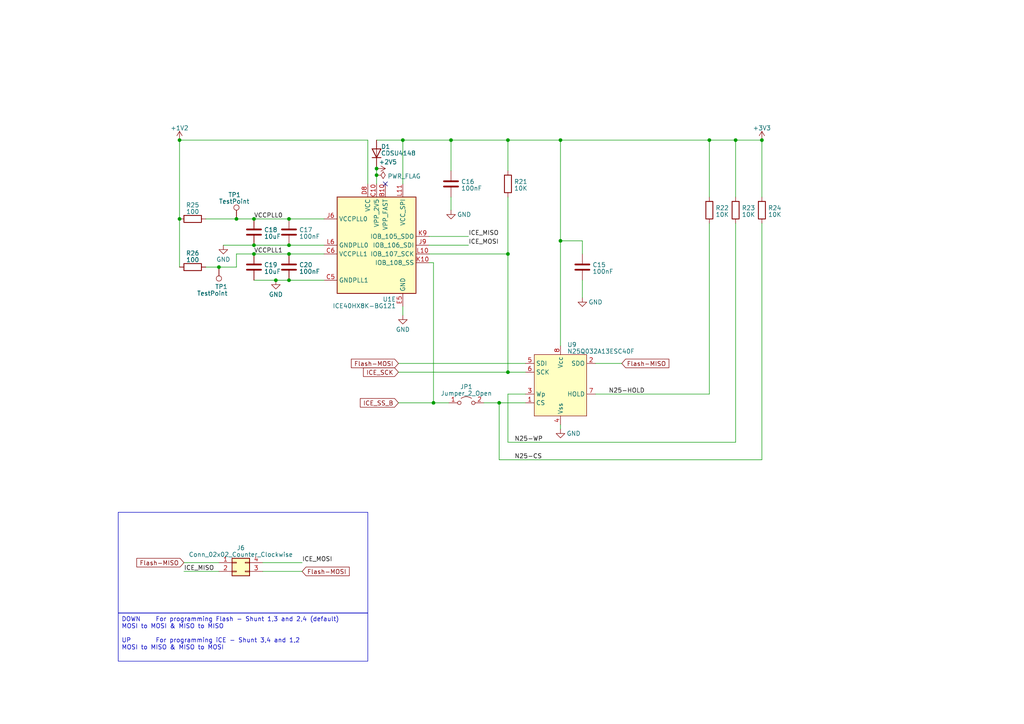
<source format=kicad_sch>
(kicad_sch (version 20230121) (generator eeschema)
  (paper "A4")
  (title_block (date "2023-04-25") (rev "V0.5") (company "Universal-Field-Objects"))
  (lib_symbols
    (symbol "Connector:TestPoint" (pin_numbers hide) (pin_names (offset 0.762) hide)
      (property "Reference" "TP" (at 0 6.858 0))
      (property "Value" "TestPoint" (at 0 5.08 0))
      (symbol "TestPoint_0_1"
        (circle (center 0 3.302) (radius 0.762))
      )
      (symbol "TestPoint_1_1"
        (pin passive line (at 0 0 90) (length 2.54) (name "1") (number "1"))
      )
    )
    (symbol "Connector_Generic:Conn_02x02_Counter_Clockwise" (pin_names (offset 1.016) hide)
      (property "Reference" "J" (at 1.27 2.54 0))
      (property "Value" "Conn_02x02_Counter_Clockwise" (at 1.27 -5.08 0))
      (symbol "Conn_02x02_Counter_Clockwise_1_1"
        (rectangle (start -1.27 -2.413) (end 0 -2.667) (stroke (width 0.1524)))
        (rectangle (start -1.27 0.127) (end 0 -0.127) (stroke (width 0.1524)))
        (rectangle (start -1.27 1.27) (end 3.81 -3.81) (stroke (width 0.254)) (fill (type background)))
        (rectangle (start 3.81 -2.413) (end 2.54 -2.667) (stroke (width 0.1524)))
        (rectangle (start 3.81 0.127) (end 2.54 -0.127) (stroke (width 0.1524)))
        (pin passive line (at -5.08 0 0) (length 3.81) (name "Pin_1") (number "1"))
        (pin passive line (at -5.08 -2.54 0) (length 3.81) (name "Pin_2") (number "2"))
        (pin passive line (at 7.62 -2.54 180) (length 3.81) (name "Pin_3") (number "3"))
        (pin passive line (at 7.62 0 180) (length 3.81) (name "Pin_4") (number "4"))
      )
    )
    (symbol "Device:C" (pin_numbers hide) (pin_names (offset 0.254))
      (property "Reference" "C" (at 0.635 2.54 0))
      (property "Value" "C" (at 0.635 -2.54 0))
      (symbol "C_0_1"
        (polyline (pts (xy -2.032 -0.762) (xy 2.032 -0.762)) (stroke (width 0.508)))
        (polyline (pts (xy -2.032 0.762) (xy 2.032 0.762)) (stroke (width 0.508)))
      )
      (symbol "C_1_1"
        (pin passive line (at 0 3.81 270) (length 2.794) (name "~") (number "1"))
        (pin passive line (at 0 -3.81 90) (length 2.794) (name "~") (number "2"))
      )
    )
    (symbol "Device:R" (pin_numbers hide) (pin_names (offset 0))
      (property "Reference" "R" (at 2.032 0 90))
      (property "Value" "R" (at 0 0 90))
      (symbol "R_0_1"
        (rectangle (start -1.016 -2.54) (end 1.016 2.54) (stroke (width 0.254)))
      )
      (symbol "R_1_1"
        (pin passive line (at 0 3.81 270) (length 1.27) (name "~") (number "1"))
        (pin passive line (at 0 -3.81 90) (length 1.27) (name "~") (number "2"))
      )
    )
    (symbol "Diode:CD4148W" (pin_numbers hide) (pin_names hide)
      (property "Reference" "D" (at 0 2.54 0))
      (property "Value" "CD4148W" (at 0 -2.54 0))
      (symbol "CD4148W_0_1"
        (polyline (pts (xy -1.27 1.27) (xy -1.27 -1.27)) (stroke (width 0.254)))
        (polyline (pts (xy 1.27 0) (xy -1.27 0)))
        (polyline (pts (xy 1.27 1.27) (xy 1.27 -1.27) (xy -1.27 0) (xy 1.27 1.27)) (stroke (width 0.254)))
      )
      (symbol "CD4148W_1_1"
        (pin passive line (at -3.81 0 0) (length 2.54) (name "K") (number "1"))
        (pin passive line (at 3.81 0 180) (length 2.54) (name "A") (number "2"))
      )
    )
    (symbol "FPGA_Lattice:ICE40HX8K-BG121"
      (property "Reference" "U" (at 2.54 44.45 0))
      (property "Value" "ICE40HX8K-BG121" (at 10.16 41.91 0))
      (symbol "ICE40HX8K-BG121_1_1"
        (rectangle (start -8.89 31.75) (end 8.89 -38.1) (stroke (width 0.254)) (fill (type background)))
        (pin bidirectional line (at -12.7 -35.56 0) (length 3.81) (name "IOT_225") (number "A1"))
        (pin bidirectional line (at -12.7 17.78 0) (length 3.81) (name "IOT_170") (number "A10"))
        (pin bidirectional line (at -12.7 20.32 0) (length 3.81) (name "IOT_168") (number "A11"))
        (pin bidirectional line (at -12.7 -30.48 0) (length 3.81) (name "IOT_222") (number "A2"))
        (pin bidirectional line (at -12.7 -33.02 0) (length 3.81) (name "IOT_223") (number "A3"))
        (pin bidirectional line (at -12.7 -20.32 0) (length 3.81) (name "IOT_211") (number "A4"))
        (pin bidirectional line (at -12.7 -15.24 0) (length 3.81) (name "IOT_207") (number "A5"))
        (pin bidirectional line (at -12.7 -12.7 0) (length 3.81) (name "IOT_206") (number "A6"))
        (pin bidirectional line (at -12.7 -5.08 0) (length 3.81) (name "IOT_192") (number "A7"))
        (pin bidirectional line (at -12.7 0 0) (length 3.81) (name "IOT_190") (number "A8"))
        (pin bidirectional line (at -12.7 7.62 0) (length 3.81) (name "IOT_178") (number "A9"))
        (pin bidirectional line (at -12.7 -27.94 0) (length 3.81) (name "IOT_221") (number "B3"))
        (pin bidirectional line (at -12.7 -25.4 0) (length 3.81) (name "IOT_219") (number "B4"))
        (pin bidirectional line (at -12.7 -17.78 0) (length 3.81) (name "IOT_208") (number "B5"))
        (pin bidirectional line (at -12.7 -10.16 0) (length 3.81) (name "IOT_198_GBIN0") (number "B6"))
        (pin bidirectional line (at -12.7 -7.62 0) (length 3.81) (name "IOT_197_GBIN1") (number "B7"))
        (pin bidirectional line (at -12.7 10.16 0) (length 3.81) (name "IOT_177") (number "B8"))
        (pin bidirectional line (at -12.7 12.7 0) (length 3.81) (name "IOT_174") (number "B9"))
        (pin bidirectional line (at -12.7 -2.54 0) (length 3.81) (name "IOT_191") (number "C7"))
        (pin bidirectional line (at -12.7 5.08 0) (length 3.81) (name "IOT_179") (number "C8"))
        (pin bidirectional line (at -12.7 15.24 0) (length 3.81) (name "IOT_172") (number "C9"))
        (pin bidirectional line (at -12.7 -22.86 0) (length 3.81) (name "IOT_212") (number "D5"))
        (pin power_in line (at 0 35.56 270) (length 3.81) (name "VCCIO_0") (number "D6"))
        (pin bidirectional line (at -12.7 2.54 0) (length 3.81) (name "IOT_181") (number "D7"))
      )
      (symbol "ICE40HX8K-BG121_2_1"
        (rectangle (start -8.89 31.75) (end 8.89 -33.02) (stroke (width 0.254)) (fill (type background)))
        (pin bidirectional line (at -12.7 -30.48 0) (length 3.81) (name "IOR_161") (number "B11"))
        (pin bidirectional line (at -12.7 -27.94 0) (length 3.81) (name "IOR_160") (number "C11"))
        (pin bidirectional line (at -12.7 -25.4 0) (length 3.81) (name "IOR_154") (number "D10"))
        (pin bidirectional line (at -12.7 -22.86 0) (length 3.81) (name "IOR_152") (number "D11"))
        (pin bidirectional line (at -12.7 -17.78 0) (length 3.81) (name "IOR_147") (number "D9"))
        (pin bidirectional line (at -12.7 -10.16 0) (length 3.81) (name "IOR_141_GBIN2") (number "E10"))
        (pin bidirectional line (at -12.7 -20.32 0) (length 3.81) (name "IOR_148") (number "E11"))
        (pin bidirectional line (at -12.7 -15.24 0) (length 3.81) (name "IOR_146") (number "E8"))
        (pin bidirectional line (at -12.7 -12.7 0) (length 3.81) (name "IOR_144") (number "E9"))
        (pin bidirectional line (at -12.7 -2.54 0) (length 3.81) (name "IOR_136") (number "F10"))
        (pin bidirectional line (at -12.7 -7.62 0) (length 3.81) (name "IOR_140_GBIN3") (number "F11"))
        (pin power_in line (at 0 35.56 270) (length 3.81) (name "VCCIO_1") (number "F8"))
        (pin bidirectional line (at -12.7 -5.08 0) (length 3.81) (name "IOR_137") (number "F9"))
        (pin bidirectional line (at -12.7 5.08 0) (length 3.81) (name "IOR_120") (number "G10"))
        (pin bidirectional line (at -12.7 0 0) (length 3.81) (name "IOR_129") (number "G11"))
        (pin bidirectional line (at -12.7 10.16 0) (length 3.81) (name "IOR_118") (number "G8"))
        (pin bidirectional line (at -12.7 2.54 0) (length 3.81) (name "IOR_128") (number "G9"))
        (pin bidirectional line (at -12.7 15.24 0) (length 3.81) (name "IOR_116") (number "H10"))
        (pin bidirectional line (at -12.7 7.62 0) (length 3.81) (name "IOR_119") (number "H11"))
        (pin bidirectional line (at -12.7 12.7 0) (length 3.81) (name "IOR_117") (number "J10"))
        (pin bidirectional line (at -12.7 20.32 0) (length 3.81) (name "IOR_114") (number "J11"))
        (pin bidirectional line (at -12.7 17.78 0) (length 3.81) (name "IOR_115") (number "K11"))
      )
      (symbol "ICE40HX8K-BG121_3_1"
        (rectangle (start -11.43 29.21) (end 11.43 -31.75) (stroke (width 0.254)) (fill (type background)))
        (pin power_in line (at 0 33.02 270) (length 3.81) (name "VCCIO_2") (number "H6"))
        (pin bidirectional line (at -15.24 -15.24 0) (length 3.81) (name "IOB_87") (number "H7"))
        (pin bidirectional line (at -15.24 -27.94 0) (length 3.81) (name "IOB_104_CBSEL1") (number "H9"))
        (pin bidirectional line (at -15.24 15.24 0) (length 3.81) (name "IOB_57") (number "J3"))
        (pin bidirectional line (at -15.24 7.62 0) (length 3.81) (name "IOB_64") (number "J4"))
        (pin bidirectional line (at -15.24 -2.54 0) (length 3.81) (name "IOB_78") (number "J5"))
        (pin bidirectional line (at -15.24 -12.7 0) (length 3.81) (name "IOB_86") (number "J7"))
        (pin bidirectional line (at -15.24 -20.32 0) (length 3.81) (name "IOB_91") (number "J8"))
        (pin bidirectional line (at -15.24 10.16 0) (length 3.81) (name "IOB_63") (number "K3"))
        (pin bidirectional line (at -15.24 0 0) (length 3.81) (name "IOB_73") (number "K4"))
        (pin bidirectional line (at -15.24 -5.08 0) (length 3.81) (name "IOB_79") (number "K5"))
        (pin bidirectional line (at -15.24 -10.16 0) (length 3.81) (name "IOB_82_GBIN4") (number "K6"))
        (pin bidirectional line (at -15.24 -17.78 0) (length 3.81) (name "IOB_89") (number "K7"))
        (pin open_collector line (at 15.24 25.4 180) (length 3.81) (name "CDONE") (number "K8"))
        (pin bidirectional line (at -15.24 17.78 0) (length 3.81) (name "IOB_56") (number "L1"))
        (pin bidirectional line (at -15.24 12.7 0) (length 3.81) (name "IOB_61") (number "L2"))
        (pin bidirectional line (at -15.24 5.08 0) (length 3.81) (name "IOB_71") (number "L3"))
        (pin bidirectional line (at -15.24 2.54 0) (length 3.81) (name "IOB_72") (number "L4"))
        (pin bidirectional line (at -15.24 -7.62 0) (length 3.81) (name "IOB_81_GBIN5") (number "L5"))
        (pin bidirectional line (at -15.24 -22.86 0) (length 3.81) (name "IOB_94") (number "L7"))
        (pin bidirectional line (at -15.24 -25.4 0) (length 3.81) (name "IOB_103_CBSEL0") (number "L8"))
        (pin input line (at -15.24 25.4 0) (length 3.81) (name "~{CRESET}") (number "L9"))
      )
      (symbol "ICE40HX8K-BG121_4_1"
        (rectangle (start -8.89 39.37) (end 8.89 -39.37) (stroke (width 0.254)) (fill (type background)))
        (pin bidirectional line (at -12.7 27.94 0) (length 3.81) (name "IOL_2A") (number "B1"))
        (pin bidirectional line (at -12.7 25.4 0) (length 3.81) (name "IOL_2B") (number "B2"))
        (pin bidirectional line (at -12.7 15.24 0) (length 3.81) (name "IOL_5B") (number "C1"))
        (pin bidirectional line (at -12.7 17.78 0) (length 3.81) (name "IOL_5A") (number "C2"))
        (pin bidirectional line (at -12.7 20.32 0) (length 3.81) (name "IOL_4B") (number "C3"))
        (pin bidirectional line (at -12.7 22.86 0) (length 3.81) (name "IOL_4A") (number "C4"))
        (pin bidirectional line (at -12.7 10.16 0) (length 3.81) (name "IOL_8B") (number "D1"))
        (pin bidirectional line (at -12.7 7.62 0) (length 3.81) (name "IOL_9A") (number "D2"))
        (pin bidirectional line (at -12.7 5.08 0) (length 3.81) (name "IOL_9B") (number "D3"))
        (pin bidirectional line (at -12.7 12.7 0) (length 3.81) (name "IOL_8A") (number "E1"))
        (pin bidirectional line (at -12.7 2.54 0) (length 3.81) (name "IOL_10A") (number "E2"))
        (pin bidirectional line (at -12.7 0 0) (length 3.81) (name "IOL_10B") (number "E3"))
        (pin power_in line (at 0 43.18 270) (length 3.81) (name "VCCIO_3") (number "E4"))
        (pin bidirectional line (at -12.7 -2.54 0) (length 3.81) (name "IOL_12A") (number "F1"))
        (pin bidirectional line (at -12.7 -5.08 0) (length 3.81) (name "IOL_12B") (number "F2"))
        (pin bidirectional line (at -12.7 -10.16 0) (length 3.81) (name "IOL_13B_GBIN7") (number "F3"))
        (pin bidirectional line (at -12.7 -7.62 0) (length 3.81) (name "IOL_13A") (number "F4"))
        (pin bidirectional line (at -12.7 -12.7 0) (length 3.81) (name "IOL_14A_GBIN6") (number "G1"))
        (pin bidirectional line (at -12.7 -15.24 0) (length 3.81) (name "IOL_14B") (number "G2"))
        (pin bidirectional line (at -12.7 -17.78 0) (length 3.81) (name "IOL_17A") (number "G3"))
        (pin passive line (at 0 43.18 270) (length 3.81) hide (name "VCCIO_3") (number "G4"))
        (pin bidirectional line (at -12.7 -22.86 0) (length 3.81) (name "IOL_18A") (number "H1"))
        (pin bidirectional line (at -12.7 -25.4 0) (length 3.81) (name "IOL_18B") (number "H2"))
        (pin bidirectional line (at -12.7 -20.32 0) (length 3.81) (name "IOL_17B") (number "H3"))
        (pin bidirectional line (at -12.7 -27.94 0) (length 3.81) (name "IOL_23A") (number "J1"))
        (pin bidirectional line (at -12.7 -35.56 0) (length 3.81) (name "IOL_25B") (number "J2"))
        (pin bidirectional line (at -12.7 -30.48 0) (length 3.81) (name "IOL_23B") (number "K1"))
        (pin bidirectional line (at -12.7 -33.02 0) (length 3.81) (name "IOL_25A") (number "K2"))
      )
      (symbol "ICE40HX8K-BG121_5_1"
        (rectangle (start -11.43 13.97) (end 11.43 -13.97) (stroke (width 0.254)) (fill (type background)))
        (pin power_in line (at -2.54 17.78 270) (length 3.81) (name "VPP_FAST") (number "B10"))
        (pin power_in line (at 0 17.78 270) (length 3.81) (name "VPP_2V5") (number "C10"))
        (pin power_in line (at 15.24 -10.16 180) (length 3.81) (name "GNDPLL1") (number "C5"))
        (pin power_in line (at 15.24 -2.54 180) (length 3.81) (name "VCCPLL1") (number "C6"))
        (pin passive line (at 2.54 17.78 270) (length 3.81) hide (name "VCC") (number "D4"))
        (pin power_in line (at 2.54 17.78 270) (length 3.81) (name "VCC") (number "D8"))
        (pin power_in line (at -7.62 -17.78 90) (length 3.81) (name "GND") (number "E5"))
        (pin passive line (at -7.62 -17.78 90) (length 3.81) hide (name "GND") (number "E6"))
        (pin passive line (at -7.62 -17.78 90) (length 3.81) hide (name "GND") (number "E7"))
        (pin passive line (at -7.62 -17.78 90) (length 3.81) hide (name "GND") (number "F5"))
        (pin passive line (at -7.62 -17.78 90) (length 3.81) hide (name "GND") (number "F6"))
        (pin passive line (at -7.62 -17.78 90) (length 3.81) hide (name "GND") (number "F7"))
        (pin passive line (at -7.62 -17.78 90) (length 3.81) hide (name "GND") (number "G5"))
        (pin passive line (at -7.62 -17.78 90) (length 3.81) hide (name "GND") (number "G6"))
        (pin passive line (at -7.62 -17.78 90) (length 3.81) hide (name "GND") (number "G7"))
        (pin passive line (at 2.54 17.78 270) (length 3.81) hide (name "VCC") (number "H4"))
        (pin passive line (at -7.62 -17.78 90) (length 3.81) hide (name "GND") (number "H5"))
        (pin passive line (at 2.54 17.78 270) (length 3.81) hide (name "VCC") (number "H8"))
        (pin power_in line (at 15.24 7.62 180) (length 3.81) (name "VCCPLL0") (number "J6"))
        (pin bidirectional line (at -15.24 0 0) (length 3.81) (name "IOB_106_SDI") (number "J9"))
        (pin bidirectional line (at -15.24 -5.08 0) (length 3.81) (name "IOB_108_SS") (number "K10"))
        (pin bidirectional line (at -15.24 2.54 0) (length 3.81) (name "IOB_105_SDO") (number "K9"))
        (pin bidirectional line (at -15.24 -2.54 0) (length 3.81) (name "IOB_107_SCK") (number "L10"))
        (pin power_in line (at -7.62 17.78 270) (length 3.81) (name "VCC_SPI") (number "L11"))
        (pin power_in line (at 15.24 0 180) (length 3.81) (name "GNDPLL0") (number "L6"))
      )
    )
    (symbol "Jumper:Jumper_2_Open" (pin_names (offset 0) hide)
      (property "Reference" "JP" (at 0 2.794 0))
      (property "Value" "Jumper_2_Open" (at 0 -2.286 0))
      (symbol "Jumper_2_Open_0_0"
        (circle (center -2.032 0) (radius 0.508))
        (circle (center 2.032 0) (radius 0.508))
      )
      (symbol "Jumper_2_Open_0_1"
        (arc (start 1.524 1.27) (mid 0 1.778) (end -1.524 1.27))
      )
      (symbol "Jumper_2_Open_1_1"
        (pin passive line (at -5.08 0 0) (length 2.54) (name "A") (number "1"))
        (pin passive line (at 5.08 0 180) (length 2.54) (name "B") (number "2"))
      )
    )
    (symbol "N25Q032A13ESC40F_1"
      (property "Reference" "U" (at 6.35 -16.51 0))
      (property "Value" "N25Q032A13ESC40F" (at 15.24 -18.415 0))
      (symbol "N25Q032A13ESC40F_1_0_0"
        (pin passive line (at 0 -17.78 90) (length 2.54) (name "Vss") (number "4"))
        (pin power_in line (at 0 5.08 270) (length 2.54) (name "Vcc") (number "8"))
      )
      (symbol "N25Q032A13ESC40F_1_1_0"
        (pin input line (at -10.16 -11.43 0) (length 2.54) (name "CS") (number "1"))
        (pin passive line (at 10.16 0 180) (length 2.54) (name "SDO") (number "2"))
        (pin passive line (at -10.16 -8.89 0) (length 2.54) (name "Wp") (number "3"))
        (pin passive line (at -10.16 0 0) (length 2.54) (name "SDI") (number "5"))
        (pin input line (at -10.16 -2.54 0) (length 2.54) (name "SCK") (number "6"))
        (pin passive line (at 10.16 -8.89 180) (length 2.54) (name "HOLD") (number "7"))
      )
      (symbol "N25Q032A13ESC40F_1_1_1"
        (rectangle (start -7.62 2.54) (end 7.62 -15.24) (fill (type background)))
      )
    )
    (symbol "power:+1V2" (power) (pin_names (offset 0))
      (property "Value" "+1V2" (at 0 3.556 0))
      (symbol "+1V2_0_1"
        (polyline (pts (xy -0.762 1.27) (xy 0 2.54)))
        (polyline (pts (xy 0 0) (xy 0 2.54)))
        (polyline (pts (xy 0 2.54) (xy 0.762 1.27)))
      )
      (symbol "+1V2_1_1"
        (pin power_in line (at 0 0 90) (length 0) hide (name "+1V2") (number "1"))
      )
    )
    (symbol "power:+2V5" (power) (pin_names (offset 0))
      (property "Value" "+2V5" (at 0 3.556 0))
      (symbol "+2V5_0_1"
        (polyline (pts (xy -0.762 1.27) (xy 0 2.54)))
        (polyline (pts (xy 0 0) (xy 0 2.54)))
        (polyline (pts (xy 0 2.54) (xy 0.762 1.27)))
      )
      (symbol "+2V5_1_1"
        (pin power_in line (at 0 0 90) (length 0) hide (name "+2V5") (number "1"))
      )
    )
    (symbol "power:+3V3" (power) (pin_names (offset 0))
      (property "Value" "+3V3" (at 0 3.556 0))
      (symbol "+3V3_0_1"
        (polyline (pts (xy -0.762 1.27) (xy 0 2.54)))
        (polyline (pts (xy 0 0) (xy 0 2.54)))
        (polyline (pts (xy 0 2.54) (xy 0.762 1.27)))
      )
      (symbol "+3V3_1_1"
        (pin power_in line (at 0 0 90) (length 0) hide (name "+3V3") (number "1"))
      )
    )
    (symbol "power:GND" (power) (pin_names (offset 0))
      (property "Value" "GND" (at 0 -3.81 0))
      (symbol "GND_0_1"
        (polyline (pts (xy 0 0) (xy 0 -1.27) (xy 1.27 -1.27) (xy 0 -2.54) (xy -1.27 -1.27) (xy 0 -1.27)))
      )
      (symbol "GND_1_1"
        (pin power_in line (at 0 0 270) (length 0) hide (name "GND") (number "1"))
      )
    )
    (symbol "power:PWR_FLAG" (power) (pin_numbers hide) (pin_names (offset 0) hide)
      (property "Value" "PWR_FLAG" (at 0 3.81 0))
      (symbol "PWR_FLAG_0_0"
        (pin power_out line (at 0 0 90) (length 0) (name "pwr") (number "1"))
      )
      (symbol "PWR_FLAG_0_1"
        (polyline (pts (xy 0 0) (xy 0 1.27) (xy -1.016 1.905) (xy 0 2.54) (xy 1.016 1.905) (xy 0 1.27)))
      )
    )
  )
  (junction (at 125.73 116.84))
  (junction (at 130.81 40.64))
  (junction (at 147.32 73.66))
  (junction (at 68.58 63.5))
  (junction (at 83.82 81.28))
  (junction (at 220.98 40.64))
  (junction (at 63.5 77.47))
  (junction (at 83.82 71.12))
  (junction (at 109.22 48.895))
  (junction (at 109.22 50.8))
  (junction (at 73.66 71.12))
  (junction (at 80.01 81.28))
  (junction (at 147.32 40.64))
  (junction (at 147.32 107.95))
  (junction (at 73.66 73.66))
  (junction (at 52.07 63.5))
  (junction (at 73.66 63.5))
  (junction (at 205.74 40.64))
  (junction (at 83.82 63.5))
  (junction (at 162.56 40.64))
  (junction (at 162.56 69.85))
  (junction (at 213.36 40.64))
  (junction (at 144.78 116.84))
  (junction (at 83.82 73.66))
  (junction (at 52.07 40.64))
  (junction (at 116.84 40.64))
  (no_connect (at 111.76 53.34))
  (wire (pts (xy 205.74 114.3) (xy 172.72 114.3)))
  (wire (pts (xy 205.74 40.64) (xy 213.36 40.64)))
  (wire (pts (xy 220.98 40.64) (xy 220.98 57.15)))
  (wire (pts (xy 125.73 116.84) (xy 115.57 116.84)))
  (wire (pts (xy 213.36 40.64) (xy 213.36 57.15)))
  (wire (pts (xy 83.82 81.28) (xy 93.98 81.28)))
  (wire (pts (xy 205.74 40.64) (xy 205.74 57.15)))
  (wire (pts (xy 130.81 57.15) (xy 130.81 60.96)))
  (wire (pts (xy 162.56 40.64) (xy 205.74 40.64)))
  (wire (pts (xy 168.91 81.28) (xy 168.91 86.36)))
  (wire (pts (xy 124.46 76.2) (xy 125.73 76.2)))
  (wire (pts (xy 68.58 73.66) (xy 73.66 73.66)))
  (wire (pts (xy 53.34 163.195) (xy 63.5 163.195)))
  (wire (pts (xy 83.82 63.5) (xy 93.98 63.5)))
  (wire (pts (xy 213.36 40.64) (xy 220.98 40.64)))
  (wire (pts (xy 124.46 73.66) (xy 147.32 73.66)))
  (wire (pts (xy 144.78 116.84) (xy 152.4 116.84)))
  (wire (pts (xy 53.34 165.735) (xy 63.5 165.735)))
  (wire (pts (xy 168.91 73.66) (xy 168.91 69.85)))
  (wire (pts (xy 205.74 64.77) (xy 205.74 114.3)))
  (wire (pts (xy 115.57 107.95) (xy 147.32 107.95)))
  (wire (pts (xy 125.73 76.2) (xy 125.73 116.84)))
  (wire (pts (xy 162.56 69.85) (xy 162.56 100.33)))
  (wire (pts (xy 80.01 81.28) (xy 83.82 81.28)))
  (wire (pts (xy 144.78 133.35) (xy 220.98 133.35)))
  (wire (pts (xy 147.32 128.27) (xy 147.32 114.3)))
  (wire (pts (xy 73.66 71.12) (xy 64.77 71.12)))
  (wire (pts (xy 83.82 71.12) (xy 93.98 71.12)))
  (wire (pts (xy 130.81 40.64) (xy 147.32 40.64)))
  (wire (pts (xy 147.32 107.95) (xy 152.4 107.95)))
  (wire (pts (xy 168.91 69.85) (xy 162.56 69.85)))
  (wire (pts (xy 109.22 48.895) (xy 109.22 50.8)))
  (wire (pts (xy 140.335 116.84) (xy 144.78 116.84)))
  (wire (pts (xy 73.66 71.12) (xy 83.82 71.12)))
  (wire (pts (xy 147.32 114.3) (xy 152.4 114.3)))
  (wire (pts (xy 162.56 123.19) (xy 162.56 124.46)))
  (wire (pts (xy 109.22 48.26) (xy 109.22 48.895)))
  (wire (pts (xy 73.66 63.5) (xy 83.82 63.5)))
  (wire (pts (xy 162.56 40.64) (xy 162.56 69.85)))
  (wire (pts (xy 125.73 116.84) (xy 130.175 116.84)))
  (wire (pts (xy 63.5 77.47) (xy 68.58 77.47)))
  (wire (pts (xy 124.46 71.12) (xy 135.89 71.12)))
  (wire (pts (xy 124.46 68.58) (xy 135.89 68.58)))
  (wire (pts (xy 116.84 40.64) (xy 116.84 53.34)))
  (wire (pts (xy 73.66 81.28) (xy 80.01 81.28)))
  (wire (pts (xy 76.2 165.735) (xy 87.63 165.735)))
  (wire (pts (xy 109.22 40.64) (xy 116.84 40.64)))
  (wire (pts (xy 76.2 163.195) (xy 87.63 163.195)))
  (wire (pts (xy 52.07 40.64) (xy 52.07 63.5)))
  (wire (pts (xy 172.72 105.41) (xy 180.34 105.41)))
  (wire (pts (xy 73.66 73.66) (xy 83.82 73.66)))
  (wire (pts (xy 144.78 116.84) (xy 144.78 133.35)))
  (wire (pts (xy 68.58 63.5) (xy 73.66 63.5)))
  (wire (pts (xy 147.32 40.64) (xy 162.56 40.64)))
  (wire (pts (xy 213.36 64.77) (xy 213.36 128.27)))
  (wire (pts (xy 115.57 105.41) (xy 152.4 105.41)))
  (wire (pts (xy 68.58 77.47) (xy 68.58 73.66)))
  (wire (pts (xy 130.81 40.64) (xy 130.81 49.53)))
  (wire (pts (xy 147.32 40.64) (xy 147.32 49.53)))
  (wire (pts (xy 83.82 73.66) (xy 93.98 73.66)))
  (wire (pts (xy 109.22 50.8) (xy 109.22 53.34)))
  (wire (pts (xy 213.36 128.27) (xy 147.32 128.27)))
  (wire (pts (xy 220.98 64.77) (xy 220.98 133.35)))
  (wire (pts (xy 147.32 57.15) (xy 147.32 73.66)))
  (wire (pts (xy 147.32 73.66) (xy 147.32 107.95)))
  (wire (pts (xy 52.07 63.5) (xy 52.07 77.47)))
  (wire (pts (xy 116.84 88.9) (xy 116.84 91.44)))
  (wire (pts (xy 106.68 40.64) (xy 106.68 53.34)))
  (wire (pts (xy 59.69 77.47) (xy 63.5 77.47)))
  (wire (pts (xy 116.84 40.64) (xy 130.81 40.64)))
  (wire (pts (xy 52.07 40.64) (xy 106.68 40.64)))
  (wire (pts (xy 59.69 63.5) (xy 68.58 63.5)))
  (rectangle (start 34.29 148.59) (end 106.68 177.8))
  (text_box "DOWN	For programming Flash - Shunt 1,3 and 2,4 (default)\nMOSI to MOSI & MISO to MISO\n\nUP		For programming iCE - Shunt 3,4 and 1,2\nMOSI to MISO & MISO to MOSI" (at 34.29 177.8 0) (size 72.39 13.97) (effects (font (size 1.27 1.27)) (justify left top)))
  (label "ICE_MISO" (at 53.34 165.735 0))
  (label "ICE_MOSI" (at 135.89 71.12 0))
  (label "ICE_MISO" (at 135.89 68.58 0))
  (label "ICE_MOSI" (at 87.63 163.195 0))
  (label "N25-CS" (at 149.225 133.35 0))
  (label "VCCPLL1" (at 73.66 73.66 0))
  (label "N25-WP" (at 149.225 128.27 0))
  (label "N25-HOLD" (at 176.53 114.3 0))
  (label "VCCPLL0" (at 73.66 63.5 0))
  (global_label "ICE_SS_B" (shape input) (at 115.57 116.84 180) (property "Intersheetrefs" "${INTERSHEET_REFS}" (effects hide)))
  (global_label "Flash-MOSI" (shape input) (at 115.57 105.41 180) (property "Intersheetrefs" "${INTERSHEET_REFS}" (effects hide)))
  (global_label "ICE_SCK" (shape input) (at 115.57 107.95 180) (property "Intersheetrefs" "${INTERSHEET_REFS}" (effects hide)))
  (global_label "Flash-MOSI" (shape input) (at 87.63 165.735 0) (property "Intersheetrefs" "${INTERSHEET_REFS}" (effects hide)))
  (global_label "Flash-MISO" (shape input) (at 53.34 163.195 180) (property "Intersheetrefs" "${INTERSHEET_REFS}" (effects hide)))
  (global_label "Flash-MISO" (shape input) (at 180.34 105.41 0) (property "Intersheetrefs" "${INTERSHEET_REFS}" (effects hide)))
  (symbol (lib_id "power:GND") (at 80.01 81.28 0) (unit 1)
    (property "Reference" "#PWR025" (effects hide))
    (property "Value" "GND" (at 80.01 85.4155 0))
    (instances (project "UFO-FPGA" (path "" (reference "#PWR025") (unit 1)) (path "" (reference "#PWR039") (unit 1))))
  )
  (symbol (lib_id "Device:C") (at 168.91 77.47 0) (unit 1)
    (property "Reference" "C15" (at 171.831 76.8263 0) (effects (justify left)))
    (property "Value" "100nF" (at 171.831 78.7473 0) (effects (justify left)))
    (property "Footprint" "Capacitor_SMD:C_0805_2012Metric_Pad1.18x1.45mm_HandSolder" (effects hide))
    (instances (project "UFO-FPGA" (path "" (reference "C15") (unit 1)) (path "" (reference "C42") (unit 1))))
  )
  (symbol (lib_name "N25Q032A13ESC40F_1") (lib_id "UFO_PARTS:N25Q032A13ESC40F") (at 162.56 105.41 0) (unit 1)
    (property "Reference" "U9" (at 164.5159 99.9871 0) (effects (justify left)))
    (property "Value" "N25Q032A13ESC40F" (at 164.5159 101.9081 0) (effects (justify left)))
    (property "Footprint" "Package_SO:SOP-8_3.9x4.9mm_P1.27mm" (effects hide))
  )
  (symbol (lib_id "Device:C") (at 83.82 67.31 0) (unit 1)
    (property "Reference" "C17" (at 86.741 66.6663 0) (effects (justify left)))
    (property "Value" "100nF" (at 86.741 68.5873 0) (effects (justify left)))
    (property "Footprint" "Capacitor_SMD:C_0805_2012Metric_Pad1.18x1.45mm_HandSolder" (effects hide))
    (instances (project "UFO-FPGA" (path "" (reference "C17") (unit 1)) (path "" (reference "C39") (unit 1))))
  )
  (symbol (lib_id "FPGA_Lattice:ICE40HX8K-BG121") (at 109.22 71.12 0) (mirror y) (unit 5)
    (property "Reference" "U1" (at 114.8841 86.8125 0) (effects (justify left)))
    (property "Value" "ICE40HX8K-BG121" (at 114.8841 88.7335 0) (effects (justify left)))
    (property "Footprint" "Package_BGA:BGA-121_9.0x9.0mm_Layout11x11_P0.8mm_Ball0.4mm_Pad0.35mm_NSMD" (effects hide))
    (property "Datasheet" "http://www.latticesemi.com/Products/FPGAandCPLD/iCE40" (effects hide))
    (instances (project "UFO-FPGA" (path "" (reference "U1") (unit 5)) (path "" (reference "U1") (unit 5)) (path "" (reference "U6") (unit 5))))
  )
  (symbol (lib_id "Device:C") (at 83.82 77.47 0) (unit 1)
    (property "Reference" "C20" (at 86.741 76.8263 0) (effects (justify left)))
    (property "Value" "100nF" (at 86.741 78.7473 0) (effects (justify left)))
    (property "Footprint" "Capacitor_SMD:C_0805_2012Metric_Pad1.18x1.45mm_HandSolder" (effects hide))
    (instances (project "UFO-FPGA" (path "" (reference "C20") (unit 1)) (path "" (reference "C40") (unit 1))))
  )
  (symbol (lib_id "power:GND") (at 116.84 91.44 0) (unit 1)
    (property "Reference" "#PWR023" (effects hide))
    (property "Value" "GND" (at 116.84 95.5755 0))
    (instances (project "UFO-FPGA" (path "" (reference "#PWR023") (unit 1)) (path "" (reference "#PWR040") (unit 1))))
  )
  (symbol (lib_id "Device:C") (at 130.81 53.34 0) (unit 1)
    (property "Reference" "C16" (at 133.731 52.6963 0) (effects (justify left)))
    (property "Value" "100nF" (at 133.731 54.6173 0) (effects (justify left)))
    (property "Footprint" "Capacitor_SMD:C_0805_2012Metric_Pad1.18x1.45mm_HandSolder" (effects hide))
    (instances (project "UFO-FPGA" (path "" (reference "C16") (unit 1)) (path "" (reference "C41") (unit 1))))
  )
  (symbol (lib_id "Device:R") (at 213.36 60.96 0) (unit 1)
    (property "Reference" "R23" (at 215.138 60.3163 0) (effects (justify left)))
    (property "Value" "10K" (at 215.138 62.2373 0) (effects (justify left)))
    (property "Footprint" "Resistor_SMD:R_0805_2012Metric_Pad1.20x1.40mm_HandSolder" (effects hide))
    (instances (project "UFO-FPGA" (path "" (reference "R23") (unit 1)) (path "" (reference "R39") (unit 1))))
  )
  (symbol (lib_id "Connector:TestPoint") (at 68.58 63.5 0) (mirror y) (unit 1)
    (property "Reference" "TP1" (at 69.85 56.515 0) (effects (justify left)))
    (property "Value" "TestPoint" (at 72.39 58.42 0) (effects (justify left)))
    (property "Footprint" "TestPoint:TestPoint_Pad_1.5x1.5mm" (effects hide))
    (instances (project "UFO-FPGA" (path "" (reference "TP1") (unit 1)) (path "" (reference "TP5") (unit 1)) (path "" (reference "TP14") (unit 1))))
  )
  (symbol (lib_id "power:+1V2") (at 52.07 40.64 0) (unit 1)
    (property "Reference" "#PWR024" (effects hide))
    (property "Value" "+1V2" (at 52.07 37.1381 0))
    (instances (project "UFO-FPGA" (path "" (reference "#PWR024") (unit 1)) (path "" (reference "#PWR037") (unit 1))))
  )
  (symbol (lib_id "power:PWR_FLAG") (at 109.22 50.8 270) (unit 1)
    (property "Reference" "#FLG04" (effects hide))
    (property "Value" "PWR_FLAG" (at 112.395 51.1168 90) (effects (justify left)))
  )
  (symbol (lib_id "Device:R") (at 55.88 63.5 270) (mirror x) (unit 1)
    (property "Reference" "R25" (at 55.88 59.4741 90))
    (property "Value" "100" (at 55.88 61.3951 90))
    (property "Footprint" "Resistor_SMD:R_0805_2012Metric_Pad1.20x1.40mm_HandSolder" (effects hide))
    (instances (project "UFO-FPGA" (path "" (reference "R25") (unit 1)) (path "" (reference "R35") (unit 1))))
  )
  (symbol (lib_id "Connector_Generic:Conn_02x02_Counter_Clockwise") (at 68.58 163.195 0) (unit 1)
    (property "Reference" "J6" (at 69.85 158.9151 0))
    (property "Value" "Conn_02x02_Counter_Clockwise" (at 69.85 160.8361 0))
    (property "Footprint" "Connector_PinHeader_2.54mm:PinHeader_2x02_P2.54mm_Vertical" (effects hide))
  )
  (symbol (lib_id "power:GND") (at 64.77 71.12 0) (unit 1)
    (property "Reference" "#PWR026" (effects hide))
    (property "Value" "GND" (at 64.77 75.2555 0))
    (instances (project "UFO-FPGA" (path "" (reference "#PWR026") (unit 1)) (path "" (reference "#PWR038") (unit 1))))
  )
  (symbol (lib_id "power:GND") (at 162.56 124.46 0) (unit 1)
    (property "Reference" "#PWR020" (effects hide))
    (property "Value" "GND" (at 166.37 125.73 0))
    (instances (project "UFO-FPGA" (path "" (reference "#PWR020") (unit 1)) (path "" (reference "#PWR042") (unit 1))))
  )
  (symbol (lib_id "Device:R") (at 220.98 60.96 0) (unit 1)
    (property "Reference" "R24" (at 222.758 60.3163 0) (effects (justify left)))
    (property "Value" "10K" (at 222.758 62.2373 0) (effects (justify left)))
    (property "Footprint" "Resistor_SMD:R_0805_2012Metric_Pad1.20x1.40mm_HandSolder" (effects hide))
    (instances (project "UFO-FPGA" (path "" (reference "R24") (unit 1)) (path "" (reference "R40") (unit 1))))
  )
  (symbol (lib_id "Jumper:Jumper_2_Open") (at 135.255 116.84 0) (unit 1)
    (property "Reference" "JP1" (at 135.255 112.1791 0))
    (property "Value" "Jumper_2_Open" (at 135.255 114.1001 0))
    (property "Footprint" "Connector_PinHeader_2.54mm:PinHeader_1x02_P2.54mm_Vertical" (effects hide))
  )
  (symbol (lib_id "Device:C") (at 73.66 67.31 0) (unit 1)
    (property "Reference" "C18" (at 76.581 66.6663 0) (effects (justify left)))
    (property "Value" "10uF" (at 76.581 68.5873 0) (effects (justify left)))
    (property "Footprint" "Capacitor_SMD:C_0805_2012Metric_Pad1.18x1.45mm_HandSolder" (effects hide))
    (instances (project "UFO-FPGA" (path "" (reference "C18") (unit 1)) (path "" (reference "C37") (unit 1))))
  )
  (symbol (lib_id "Device:R") (at 205.74 60.96 0) (unit 1)
    (property "Reference" "R22" (at 207.518 60.3163 0) (effects (justify left)))
    (property "Value" "10K" (at 207.518 62.2373 0) (effects (justify left)))
    (property "Footprint" "Resistor_SMD:R_0805_2012Metric_Pad1.20x1.40mm_HandSolder" (effects hide))
    (instances (project "UFO-FPGA" (path "" (reference "R22") (unit 1)) (path "" (reference "R38") (unit 1))))
  )
  (symbol (lib_id "Connector:TestPoint") (at 63.5 77.47 0) (mirror x) (unit 1)
    (property "Reference" "TP1" (at 66.04 83.169 0) (effects (justify right)))
    (property "Value" "TestPoint" (at 66.04 85.09 0) (effects (justify right)))
    (property "Footprint" "TestPoint:TestPoint_Pad_1.5x1.5mm" (effects hide))
    (instances (project "UFO-FPGA" (path "" (reference "TP1") (unit 1)) (path "" (reference "TP6") (unit 1)) (path "" (reference "TP13") (unit 1))))
  )
  (symbol (lib_id "power:+3V3") (at 220.98 40.64 0) (unit 1)
    (property "Reference" "#PWR019" (effects hide))
    (property "Value" "+3V3" (at 220.98 37.1381 0))
    (instances (project "UFO-FPGA" (path "" (reference "#PWR019") (unit 1)) (path "" (reference "#PWR044") (unit 1))))
  )
  (symbol (lib_id "Device:R") (at 147.32 53.34 0) (unit 1)
    (property "Reference" "R21" (at 149.098 52.6963 0) (effects (justify left)))
    (property "Value" "10K" (at 149.098 54.6173 0) (effects (justify left)))
    (property "Footprint" "Resistor_SMD:R_0805_2012Metric_Pad1.20x1.40mm_HandSolder" (effects hide))
    (instances (project "UFO-FPGA" (path "" (reference "R21") (unit 1)) (path "" (reference "R37") (unit 1))))
  )
  (symbol (lib_id "power:GND") (at 130.81 60.96 0) (unit 1)
    (property "Reference" "#PWR022" (effects hide))
    (property "Value" "GND" (at 134.62 62.23 0))
    (instances (project "UFO-FPGA" (path "" (reference "#PWR022") (unit 1)) (path "" (reference "#PWR041") (unit 1))))
  )
  (symbol (lib_id "power:GND") (at 168.91 86.36 0) (unit 1)
    (property "Reference" "#PWR021" (effects hide))
    (property "Value" "GND" (at 172.72 87.63 0))
    (instances (project "UFO-FPGA" (path "" (reference "#PWR021") (unit 1)) (path "" (reference "#PWR043") (unit 1))))
  )
  (symbol (lib_id "Diode:CD4148W") (at 109.22 44.45 90) (unit 1)
    (property "Reference" "D1" (at 110.49 42.529 90) (effects (justify right)))
    (property "Value" "CDSU4148" (at 110.49 44.45 90) (effects (justify right)))
    (property "Footprint" "Diode_SMD:D_0805_2012Metric_Pad1.15x1.40mm_HandSolder" (effects hide))
    (property "Datasheet" "https://www.dccomponents.com/upload/product/original/623524775088.pdf" (effects hide))
    (property "Sim.Device" "D" (effects hide))
    (property "Sim.Pins" "1=K 2=A" (effects hide))
    (instances (project "UFO-FPGA" (path "" (reference "D1") (unit 1)) (path "" (reference "D5") (unit 1))))
  )
  (symbol (lib_id "Device:C") (at 73.66 77.47 0) (unit 1)
    (property "Reference" "C19" (at 76.581 76.8263 0) (effects (justify left)))
    (property "Value" "10uF" (at 76.581 78.7473 0) (effects (justify left)))
    (property "Footprint" "Capacitor_SMD:C_0805_2012Metric_Pad1.18x1.45mm_HandSolder" (effects hide))
    (instances (project "UFO-FPGA" (path "" (reference "C19") (unit 1)) (path "" (reference "C38") (unit 1))))
  )
  (symbol (lib_id "power:+2V5") (at 109.22 48.895 270) (unit 1)
    (property "Reference" "#PWR061" (effects hide))
    (property "Value" "+2V5" (at 109.855 46.99 90) (effects (justify left)))
  )
  (symbol (lib_id "Device:R") (at 55.88 77.47 90) (unit 1)
    (property "Reference" "R26" (at 55.88 73.4441 90))
    (property "Value" "100" (at 55.88 75.3651 90))
    (property "Footprint" "Resistor_SMD:R_0805_2012Metric_Pad1.20x1.40mm_HandSolder" (effects hide))
    (instances (project "UFO-FPGA" (path "" (reference "R26") (unit 1)) (path "" (reference "R36") (unit 1))))
  )
)
</source>
